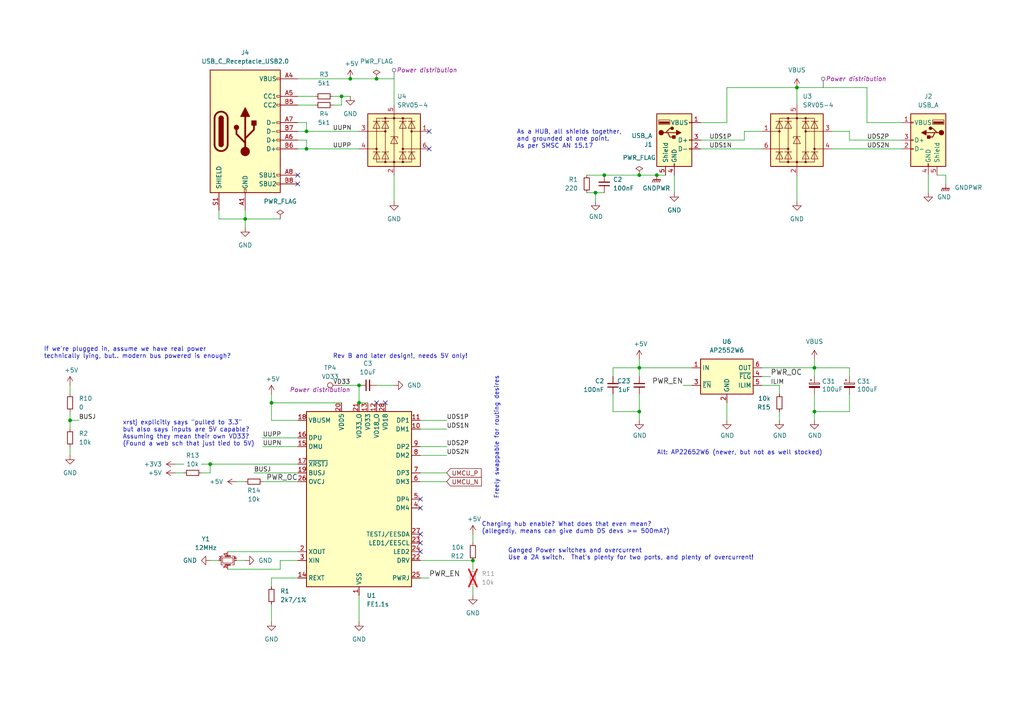
<source format=kicad_sch>
(kicad_sch (version 20230121) (generator eeschema)
  (paper "A4")
  (title_block (title "Das KB4-Bara2") (rev "r2023-12") (company "Ekta Labs") (comment 1 "http://github.com/karlp/das-kb4-bara2"))
  (lib_symbols
    (symbol "Connector:TestPoint" (pin_numbers hide) (pin_names (offset 0.762) hide)
      (property "Reference" "TP" (at 0 6.858 0))
      (property "Value" "TestPoint" (at 0 5.08 0))
      (symbol "TestPoint_0_1"
        (circle (center 0 3.302) (radius 0.762))
      )
      (symbol "TestPoint_1_1"
        (pin passive line (at 0 0 90) (length 2.54) (name "1") (number "1"))
      )
    )
    (symbol "Connector:USB_A" (pin_names (offset 1.016))
      (property "Reference" "J" (at -5.08 11.43 0))
      (property "Value" "USB_A" (at -5.08 8.89 0))
      (symbol "USB_A_0_1"
        (rectangle (start -5.08 -7.62) (end 5.08 7.62) (stroke (width 0.254)) (fill (type background)))
        (circle (center -3.81 2.159) (radius 0.635) (stroke (width 0.254)) (fill (type outline)))
        (rectangle (start -1.524 4.826) (end -4.318 5.334) (fill (type outline)))
        (rectangle (start -1.27 4.572) (end -4.572 5.842))
        (circle (center -0.635 3.429) (radius 0.381) (stroke (width 0.254)) (fill (type outline)))
        (rectangle (start -0.127 -7.62) (end 0.127 -6.858))
        (polyline (pts (xy -3.175 2.159) (xy -2.54 2.159) (xy -1.27 3.429) (xy -0.635 3.429)) (stroke (width 0.254)))
        (polyline (pts (xy -2.54 2.159) (xy -1.905 2.159) (xy -1.27 0.889) (xy 0 0.889)) (stroke (width 0.254)))
        (polyline (pts (xy 0.635 2.794) (xy 0.635 1.524) (xy 1.905 2.159) (xy 0.635 2.794)) (stroke (width 0.254)) (fill (type outline)))
        (rectangle (start 0.254 1.27) (end -0.508 0.508) (stroke (width 0.254)) (fill (type outline)))
        (rectangle (start 5.08 -2.667) (end 4.318 -2.413))
        (rectangle (start 5.08 -0.127) (end 4.318 0.127))
        (rectangle (start 5.08 4.953) (end 4.318 5.207))
      )
      (symbol "USB_A_1_1"
        (polyline (pts (xy -1.905 2.159) (xy 0.635 2.159)) (stroke (width 0.254)))
        (pin power_in line (at 7.62 5.08 180) (length 2.54) (name "VBUS") (number "1"))
        (pin bidirectional line (at 7.62 -2.54 180) (length 2.54) (name "D-") (number "2"))
        (pin bidirectional line (at 7.62 0 180) (length 2.54) (name "D+") (number "3"))
        (pin power_in line (at 0 -10.16 90) (length 2.54) (name "GND") (number "4"))
        (pin passive line (at -2.54 -10.16 90) (length 2.54) (name "Shield") (number "5"))
      )
    )
    (symbol "Connector:USB_C_Receptacle_USB2.0" (pin_names (offset 1.016))
      (property "Reference" "J" (at -10.16 19.05 0))
      (property "Value" "USB_C_Receptacle_USB2.0" (at 19.05 19.05 0))
      (symbol "USB_C_Receptacle_USB2.0_0_0"
        (rectangle (start -0.254 -17.78) (end 0.254 -16.764))
        (rectangle (start 10.16 -14.986) (end 9.144 -15.494))
        (rectangle (start 10.16 -12.446) (end 9.144 -12.954))
        (rectangle (start 10.16 -4.826) (end 9.144 -5.334))
        (rectangle (start 10.16 -2.286) (end 9.144 -2.794))
        (rectangle (start 10.16 0.254) (end 9.144 -0.254))
        (rectangle (start 10.16 2.794) (end 9.144 2.286))
        (rectangle (start 10.16 7.874) (end 9.144 7.366))
        (rectangle (start 10.16 10.414) (end 9.144 9.906))
        (rectangle (start 10.16 15.494) (end 9.144 14.986))
      )
      (symbol "USB_C_Receptacle_USB2.0_0_1"
        (rectangle (start -10.16 17.78) (end 10.16 -17.78) (stroke (width 0.254)) (fill (type background)))
        (arc (start -8.89 -3.81) (mid -6.985 -5.7067) (end -5.08 -3.81) (stroke (width 0.508)))
        (arc (start -7.62 -3.81) (mid -6.985 -4.4423) (end -6.35 -3.81) (stroke (width 0.254)))
        (arc (start -7.62 -3.81) (mid -6.985 -4.4423) (end -6.35 -3.81) (stroke (width 0.254)) (fill (type outline)))
        (rectangle (start -7.62 -3.81) (end -6.35 3.81) (stroke (width 0.254)) (fill (type outline)))
        (arc (start -6.35 3.81) (mid -6.985 4.4423) (end -7.62 3.81) (stroke (width 0.254)))
        (arc (start -6.35 3.81) (mid -6.985 4.4423) (end -7.62 3.81) (stroke (width 0.254)) (fill (type outline)))
        (arc (start -5.08 3.81) (mid -6.985 5.7067) (end -8.89 3.81) (stroke (width 0.508)))
        (circle (center -2.54 1.143) (radius 0.635) (stroke (width 0.254)) (fill (type outline)))
        (circle (center 0 -5.842) (radius 1.27) (fill (type outline)))
        (polyline (pts (xy -8.89 -3.81) (xy -8.89 3.81)) (stroke (width 0.508)))
        (polyline (pts (xy -5.08 3.81) (xy -5.08 -3.81)) (stroke (width 0.508)))
        (polyline (pts (xy 0 -5.842) (xy 0 4.318)) (stroke (width 0.508)))
        (polyline (pts (xy 0 -3.302) (xy -2.54 -0.762) (xy -2.54 0.508)) (stroke (width 0.508)))
        (polyline (pts (xy 0 -2.032) (xy 2.54 0.508) (xy 2.54 1.778)) (stroke (width 0.508)))
        (polyline (pts (xy -1.27 4.318) (xy 0 6.858) (xy 1.27 4.318) (xy -1.27 4.318)) (stroke (width 0.254)) (fill (type outline)))
        (rectangle (start 1.905 1.778) (end 3.175 3.048) (stroke (width 0.254)) (fill (type outline)))
      )
      (symbol "USB_C_Receptacle_USB2.0_1_1"
        (pin passive line (at 0 -22.86 90) (length 5.08) (name "GND") (number "A1"))
        (pin passive line (at 0 -22.86 90) (length 5.08) hide (name "GND") (number "A12"))
        (pin passive line (at 15.24 15.24 180) (length 5.08) (name "VBUS") (number "A4"))
        (pin bidirectional line (at 15.24 10.16 180) (length 5.08) (name "CC1") (number "A5"))
        (pin bidirectional line (at 15.24 -2.54 180) (length 5.08) (name "D+") (number "A6"))
        (pin bidirectional line (at 15.24 2.54 180) (length 5.08) (name "D-") (number "A7"))
        (pin bidirectional line (at 15.24 -12.7 180) (length 5.08) (name "SBU1") (number "A8"))
        (pin passive line (at 15.24 15.24 180) (length 5.08) hide (name "VBUS") (number "A9"))
        (pin passive line (at 0 -22.86 90) (length 5.08) hide (name "GND") (number "B1"))
        (pin passive line (at 0 -22.86 90) (length 5.08) hide (name "GND") (number "B12"))
        (pin passive line (at 15.24 15.24 180) (length 5.08) hide (name "VBUS") (number "B4"))
        (pin bidirectional line (at 15.24 7.62 180) (length 5.08) (name "CC2") (number "B5"))
        (pin bidirectional line (at 15.24 -5.08 180) (length 5.08) (name "D+") (number "B6"))
        (pin bidirectional line (at 15.24 0 180) (length 5.08) (name "D-") (number "B7"))
        (pin bidirectional line (at 15.24 -15.24 180) (length 5.08) (name "SBU2") (number "B8"))
        (pin passive line (at 15.24 15.24 180) (length 5.08) hide (name "VBUS") (number "B9"))
        (pin passive line (at -7.62 -22.86 90) (length 5.08) (name "SHIELD") (number "S1"))
      )
    )
    (symbol "Device:C_Polarized_Small" (pin_numbers hide) (pin_names (offset 0.254) hide)
      (property "Reference" "C" (at 0.254 1.778 0))
      (property "Value" "C_Polarized_Small" (at 0.254 -2.032 0))
      (symbol "C_Polarized_Small_0_1"
        (rectangle (start -1.524 -0.3048) (end 1.524 -0.6858) (fill (type outline)))
        (rectangle (start -1.524 0.6858) (end 1.524 0.3048))
        (polyline (pts (xy -1.27 1.524) (xy -0.762 1.524)))
        (polyline (pts (xy -1.016 1.27) (xy -1.016 1.778)))
      )
      (symbol "C_Polarized_Small_1_1"
        (pin passive line (at 0 2.54 270) (length 1.8542) (name "~") (number "1"))
        (pin passive line (at 0 -2.54 90) (length 1.8542) (name "~") (number "2"))
      )
    )
    (symbol "Device:C_Small" (pin_numbers hide) (pin_names (offset 0.254) hide)
      (property "Reference" "C" (at 0.254 1.778 0))
      (property "Value" "C_Small" (at 0.254 -2.032 0))
      (symbol "C_Small_0_1"
        (polyline (pts (xy -1.524 -0.508) (xy 1.524 -0.508)) (stroke (width 0.3302)))
        (polyline (pts (xy -1.524 0.508) (xy 1.524 0.508)) (stroke (width 0.3048)))
      )
      (symbol "C_Small_1_1"
        (pin passive line (at 0 2.54 270) (length 2.032) (name "~") (number "1"))
        (pin passive line (at 0 -2.54 90) (length 2.032) (name "~") (number "2"))
      )
    )
    (symbol "Device:Crystal_GND24_Small" (pin_names (offset 1.016) hide)
      (property "Reference" "Y" (at 1.27 4.445 0))
      (property "Value" "Crystal_GND24_Small" (at 1.27 2.54 0))
      (symbol "Crystal_GND24_Small_0_1"
        (rectangle (start -0.762 -1.524) (end 0.762 1.524))
        (polyline (pts (xy -1.27 -0.762) (xy -1.27 0.762)) (stroke (width 0.381)))
        (polyline (pts (xy 1.27 -0.762) (xy 1.27 0.762)) (stroke (width 0.381)))
        (polyline (pts (xy -1.27 -1.27) (xy -1.27 -1.905) (xy 1.27 -1.905) (xy 1.27 -1.27)))
        (polyline (pts (xy -1.27 1.27) (xy -1.27 1.905) (xy 1.27 1.905) (xy 1.27 1.27)))
      )
      (symbol "Crystal_GND24_Small_1_1"
        (pin passive line (at -2.54 0 0) (length 1.27) (name "1") (number "1"))
        (pin passive line (at 0 -2.54 90) (length 0.635) (name "2") (number "2"))
        (pin passive line (at 2.54 0 180) (length 1.27) (name "3") (number "3"))
        (pin passive line (at 0 2.54 270) (length 0.635) (name "4") (number "4"))
      )
    )
    (symbol "Device:R_Small" (pin_numbers hide) (pin_names (offset 0.254) hide)
      (property "Reference" "R" (at 0.762 0.508 0))
      (property "Value" "R_Small" (at 0.762 -1.016 0))
      (symbol "R_Small_0_1"
        (rectangle (start -0.762 1.778) (end 0.762 -1.778) (stroke (width 0.2032)))
      )
      (symbol "R_Small_1_1"
        (pin passive line (at 0 2.54 270) (length 0.762) (name "~") (number "1"))
        (pin passive line (at 0 -2.54 90) (length 0.762) (name "~") (number "2"))
      )
    )
    (symbol "Interface_USB:FE1.1s"
      (property "Reference" "U" (at -11.43 26.67 0))
      (property "Value" "FE1.1s" (at 12.7 27.94 0))
      (symbol "FE1.1s_0_1"
        (rectangle (start -15.24 25.4) (end 15.24 -25.4) (stroke (width 0.254)) (fill (type background)))
      )
      (symbol "FE1.1s_1_1"
        (pin power_in line (at 0 -27.94 90) (length 2.54) (name "VSS") (number "1"))
        (pin bidirectional line (at 17.78 20.32 180) (length 2.54) (name "DM1") (number "10"))
        (pin bidirectional line (at 17.78 22.86 180) (length 2.54) (name "DP1") (number "11"))
        (pin power_out line (at 5.08 27.94 270) (length 2.54) (name "VD18_O") (number "12"))
        (pin power_in line (at 2.54 27.94 270) (length 2.54) (name "VD33") (number "13"))
        (pin passive line (at -17.78 -22.86 0) (length 2.54) (name "REXT") (number "14"))
        (pin bidirectional line (at -17.78 15.24 0) (length 2.54) (name "DMU") (number "15"))
        (pin bidirectional line (at -17.78 17.78 0) (length 2.54) (name "DPU") (number "16"))
        (pin input line (at -17.78 10.16 0) (length 2.54) (name "~{XRSTJ}") (number "17"))
        (pin input line (at -17.78 22.86 0) (length 2.54) (name "VBUSM") (number "18"))
        (pin input line (at -17.78 7.62 0) (length 2.54) (name "BUSJ") (number "19"))
        (pin output line (at -17.78 -15.24 0) (length 2.54) (name "XOUT") (number "2"))
        (pin power_in line (at -5.08 27.94 270) (length 2.54) (name "VDD5") (number "20"))
        (pin power_out line (at 0 27.94 270) (length 2.54) (name "VD33_O") (number "21"))
        (pin bidirectional line (at 17.78 -17.78 180) (length 2.54) (name "DRV") (number "22"))
        (pin bidirectional line (at 17.78 -12.7 180) (length 2.54) (name "LED1/EESCL") (number "23"))
        (pin bidirectional line (at 17.78 -15.24 180) (length 2.54) (name "LED2") (number "24"))
        (pin output line (at 17.78 -22.86 180) (length 2.54) (name "PWRJ") (number "25"))
        (pin input line (at -17.78 5.08 0) (length 2.54) (name "OVCJ") (number "26"))
        (pin bidirectional line (at 17.78 -10.16 180) (length 2.54) (name "TESTJ/EESDA") (number "27"))
        (pin power_in line (at 7.62 27.94 270) (length 2.54) (name "VD18") (number "28"))
        (pin input line (at -17.78 -17.78 0) (length 2.54) (name "XIN") (number "3"))
        (pin bidirectional line (at 17.78 -2.54 180) (length 2.54) (name "DM4") (number "4"))
        (pin bidirectional line (at 17.78 0 180) (length 2.54) (name "DP4") (number "5"))
        (pin bidirectional line (at 17.78 5.08 180) (length 2.54) (name "DM3") (number "6"))
        (pin bidirectional line (at 17.78 7.62 180) (length 2.54) (name "DP3") (number "7"))
        (pin bidirectional line (at 17.78 12.7 180) (length 2.54) (name "DM2") (number "8"))
        (pin bidirectional line (at 17.78 15.24 180) (length 2.54) (name "DP2") (number "9"))
      )
    )
    (symbol "karl-parts:AP2552W6"
      (property "Reference" "U" (at -7.62 -6.35 0))
      (property "Value" "AP2552W6" (at -7.62 6.35 0))
      (property "MPN" "AP2552W6-7" (at 0 0 0))
      (property "lcsc#" "C441824" (at 0 0 0))
      (symbol "AP2552W6_0_1"
        (rectangle (start -7.62 5.08) (end 7.62 -5.08) (stroke (width 0.254)) (fill (type background)))
      )
      (symbol "AP2552W6_1_0"
        (pin input line (at 10.16 -2.54 180) (length 2.54) (name "ILIM") (number "5"))
      )
      (symbol "AP2552W6_1_1"
        (pin power_in line (at -10.16 2.54 0) (length 2.54) (name "IN") (number "1"))
        (pin power_in line (at 0 -7.62 90) (length 2.54) (name "GND") (number "2"))
        (pin input line (at -10.16 -2.54 0) (length 2.54) (name "~{EN}") (number "3"))
        (pin open_collector line (at 10.16 0 180) (length 2.54) (name "~{FLG}") (number "4"))
        (pin power_out line (at 10.16 2.54 180) (length 2.54) (name "OUT") (number "6"))
      )
    )
    (symbol "karl-parts:SRV05-4" (pin_names hide)
      (property "Reference" "U" (at 2.54 8.89 0))
      (property "Value" "SRV05-4" (at 2.54 -8.89 0))
      (symbol "SRV05-4_0_1"
        (rectangle (start -7.62 7.62) (end 7.62 -7.62) (stroke (width 0.254)) (fill (type background)))
        (circle (center -5.08 2.54) (radius 0.254) (fill (type outline)))
        (circle (center -2.54 -6.35) (radius 0.254) (fill (type outline)))
        (circle (center -2.54 -2.54) (radius 0.254) (fill (type outline)))
        (circle (center -2.54 6.35) (radius 0.254) (fill (type outline)))
        (rectangle (start -2.54 6.35) (end 2.54 -6.35))
        (circle (center 0 -6.35) (radius 0.254) (fill (type outline)))
        (polyline (pts (xy -5.08 2.54) (xy -7.62 2.54)))
        (polyline (pts (xy -4.064 -3.429) (xy -6.096 -3.429)))
        (polyline (pts (xy -4.064 5.461) (xy -6.096 5.461)))
        (polyline (pts (xy -2.54 -2.54) (xy -7.62 -2.54)))
        (polyline (pts (xy -1.524 -3.429) (xy -3.556 -3.429)))
        (polyline (pts (xy -1.524 5.461) (xy -3.556 5.461)))
        (polyline (pts (xy 0 -7.62) (xy 0 -6.35)))
        (polyline (pts (xy 0 -6.35) (xy 0 1.27)))
        (polyline (pts (xy 0 1.27) (xy 0 6.35)))
        (polyline (pts (xy 0 6.35) (xy 0 7.62)))
        (polyline (pts (xy 1.524 -3.429) (xy 3.556 -3.429)))
        (polyline (pts (xy 1.524 5.461) (xy 3.556 5.461)))
        (polyline (pts (xy 2.54 2.54) (xy 7.62 2.54)))
        (polyline (pts (xy 4.064 -3.429) (xy 6.096 -3.429)))
        (polyline (pts (xy 4.064 5.461) (xy 6.096 5.461)))
        (polyline (pts (xy 5.08 -2.54) (xy 7.62 -2.54)))
        (polyline (pts (xy -6.096 -5.461) (xy -4.064 -5.461) (xy -5.08 -3.429) (xy -6.096 -5.461)))
        (polyline (pts (xy -6.096 3.429) (xy -4.064 3.429) (xy -5.08 5.461) (xy -6.096 3.429)))
        (polyline (pts (xy -3.556 -5.461) (xy -1.524 -5.461) (xy -2.54 -3.429) (xy -3.556 -5.461)))
        (polyline (pts (xy -3.556 3.429) (xy -1.524 3.429) (xy -2.54 5.461) (xy -3.556 3.429)))
        (polyline (pts (xy -2.54 6.35) (xy -5.08 6.35) (xy -5.08 -6.35) (xy -2.54 -6.35)))
        (polyline (pts (xy -1.016 -1.016) (xy 1.016 -1.016) (xy 0 1.016) (xy -1.016 -1.016)))
        (polyline (pts (xy 1.016 1.016) (xy 0.762 1.016) (xy -1.016 1.016) (xy -1.016 0.508)))
        (polyline (pts (xy 2.54 6.35) (xy 5.08 6.35) (xy 5.08 -6.35) (xy 2.54 -6.35)))
        (polyline (pts (xy 3.556 -5.461) (xy 1.524 -5.461) (xy 2.54 -3.429) (xy 3.556 -5.461)))
        (polyline (pts (xy 3.556 3.429) (xy 1.524 3.429) (xy 2.54 5.461) (xy 3.556 3.429)))
        (polyline (pts (xy 6.096 -5.461) (xy 4.064 -5.461) (xy 5.08 -3.429) (xy 6.096 -5.461)))
        (polyline (pts (xy 6.096 3.429) (xy 4.064 3.429) (xy 5.08 5.461) (xy 6.096 3.429)))
        (circle (center 0 6.35) (radius 0.254) (fill (type outline)))
        (circle (center 2.54 -6.35) (radius 0.254) (fill (type outline)))
        (circle (center 2.54 2.54) (radius 0.254) (fill (type outline)))
        (circle (center 2.54 6.35) (radius 0.254) (fill (type outline)))
        (circle (center 5.08 -2.54) (radius 0.254) (fill (type outline)))
      )
      (symbol "SRV05-4_1_1"
        (pin passive line (at -10.16 2.54 0) (length 2.54) (name "I/O1") (number "1"))
        (pin passive line (at 0 -10.16 90) (length 2.54) (name "GND") (number "2"))
        (pin passive line (at 10.16 2.54 180) (length 2.54) (name "I/O2") (number "3"))
        (pin passive line (at 10.16 -2.54 180) (length 2.54) (name "I/O3") (number "4"))
        (pin passive line (at 0 10.16 270) (length 2.54) (name "VBUS") (number "5"))
        (pin passive line (at -10.16 -2.54 0) (length 2.54) (name "I/O4") (number "6"))
      )
    )
    (symbol "power:+3V3" (power) (pin_names (offset 0))
      (property "Value" "+3V3" (at 0 3.556 0))
      (symbol "+3V3_0_1"
        (polyline (pts (xy -0.762 1.27) (xy 0 2.54)))
        (polyline (pts (xy 0 0) (xy 0 2.54)))
        (polyline (pts (xy 0 2.54) (xy 0.762 1.27)))
      )
      (symbol "+3V3_1_1"
        (pin power_in line (at 0 0 90) (length 0) hide (name "+3V3") (number "1"))
      )
    )
    (symbol "power:+5V" (power) (pin_names (offset 0))
      (property "Value" "+5V" (at 0 3.556 0))
      (symbol "+5V_0_1"
        (polyline (pts (xy -0.762 1.27) (xy 0 2.54)))
        (polyline (pts (xy 0 0) (xy 0 2.54)))
        (polyline (pts (xy 0 2.54) (xy 0.762 1.27)))
      )
      (symbol "+5V_1_1"
        (pin power_in line (at 0 0 90) (length 0) hide (name "+5V") (number "1"))
      )
    )
    (symbol "power:GND" (power) (pin_names (offset 0))
      (property "Value" "GND" (at 0 -3.81 0))
      (symbol "GND_0_1"
        (polyline (pts (xy 0 0) (xy 0 -1.27) (xy 1.27 -1.27) (xy 0 -2.54) (xy -1.27 -1.27) (xy 0 -1.27)))
      )
      (symbol "GND_1_1"
        (pin power_in line (at 0 0 270) (length 0) hide (name "GND") (number "1"))
      )
    )
    (symbol "power:GNDPWR" (power) (pin_names (offset 0))
      (property "Value" "GNDPWR" (at 0 -3.302 0))
      (symbol "GNDPWR_0_1"
        (polyline (pts (xy 0 -1.27) (xy 0 0)))
        (polyline (pts (xy -1.016 -1.27) (xy -1.27 -2.032) (xy -1.27 -2.032)) (stroke (width 0.2032)))
        (polyline (pts (xy -0.508 -1.27) (xy -0.762 -2.032) (xy -0.762 -2.032)) (stroke (width 0.2032)))
        (polyline (pts (xy 0 -1.27) (xy -0.254 -2.032) (xy -0.254 -2.032)) (stroke (width 0.2032)))
        (polyline (pts (xy 0.508 -1.27) (xy 0.254 -2.032) (xy 0.254 -2.032)) (stroke (width 0.2032)))
        (polyline (pts (xy 1.016 -1.27) (xy -1.016 -1.27) (xy -1.016 -1.27)) (stroke (width 0.2032)))
        (polyline (pts (xy 1.016 -1.27) (xy 0.762 -2.032) (xy 0.762 -2.032) (xy 0.762 -2.032)) (stroke (width 0.2032)))
      )
      (symbol "GNDPWR_1_1"
        (pin power_in line (at 0 0 270) (length 0) hide (name "GNDPWR") (number "1"))
      )
    )
    (symbol "power:PWR_FLAG" (power) (pin_numbers hide) (pin_names (offset 0) hide)
      (property "Value" "PWR_FLAG" (at 0 3.81 0))
      (symbol "PWR_FLAG_0_0"
        (pin power_out line (at 0 0 90) (length 0) (name "pwr") (number "1"))
      )
      (symbol "PWR_FLAG_0_1"
        (polyline (pts (xy 0 0) (xy 0 1.27) (xy -1.016 1.905) (xy 0 2.54) (xy 1.016 1.905) (xy 0 1.27)))
      )
    )
    (symbol "power:VBUS" (power) (pin_names (offset 0))
      (property "Value" "VBUS" (at 0 3.81 0))
      (symbol "VBUS_0_1"
        (polyline (pts (xy -0.762 1.27) (xy 0 2.54)))
        (polyline (pts (xy 0 0) (xy 0 2.54)))
        (polyline (pts (xy 0 2.54) (xy 0.762 1.27)))
      )
      (symbol "VBUS_1_1"
        (pin power_in line (at 0 0 90) (length 0) hide (name "VBUS") (number "1"))
      )
    )
  )
  (junction (at 99.06 27.94))
  (junction (at 175.26 50.8))
  (junction (at 104.14 116.84))
  (junction (at 231.14 25.4))
  (junction (at 88.9 38.1))
  (junction (at 60.96 134.62))
  (junction (at 236.22 106.68))
  (junction (at 137.16 162.56))
  (junction (at 88.9 43.18))
  (junction (at 185.42 119.38))
  (junction (at 190.5 50.8))
  (junction (at 185.42 106.68))
  (junction (at 109.22 22.86))
  (junction (at 101.6 22.86))
  (junction (at 172.72 55.88))
  (junction (at 236.22 119.38))
  (junction (at 104.14 111.76))
  (junction (at 71.12 63.5))
  (junction (at 20.32 121.92))
  (junction (at 78.74 116.84))
  (junction (at 185.42 50.8))
  (no_connect (at 121.92 144.78))
  (no_connect (at 109.22 116.84))
  (no_connect (at 121.92 147.32))
  (no_connect (at 121.92 160.02))
  (no_connect (at 124.46 43.18))
  (no_connect (at 86.36 53.34))
  (no_connect (at 124.46 38.1))
  (no_connect (at 121.92 154.94))
  (no_connect (at 111.76 116.84))
  (no_connect (at 121.92 157.48))
  (no_connect (at 86.36 50.8))
  (wire (pts (xy 76.2 127) (xy 86.36 127)))
  (wire (pts (xy 177.8 114.3) (xy 177.8 119.38)))
  (wire (pts (xy 231.14 50.8) (xy 231.14 58.42)))
  (wire (pts (xy 241.3 43.18) (xy 261.62 43.18)))
  (wire (pts (xy 86.36 30.48) (xy 91.44 30.48)))
  (wire (pts (xy 60.96 137.16) (xy 60.96 134.62)))
  (wire (pts (xy 246.38 106.68) (xy 236.22 106.68)))
  (wire (pts (xy 121.92 139.7) (xy 129.54 139.7)))
  (wire (pts (xy 121.92 124.46) (xy 129.54 124.46)))
  (wire (pts (xy 220.98 106.68) (xy 236.22 106.68)))
  (wire (pts (xy 246.38 40.64) (xy 246.38 38.1)))
  (wire (pts (xy 86.36 43.18) (xy 88.9 43.18)))
  (wire (pts (xy 86.36 22.86) (xy 101.6 22.86)))
  (wire (pts (xy 81.28 162.56) (xy 81.28 165.1)))
  (wire (pts (xy 96.52 30.48) (xy 99.06 30.48)))
  (wire (pts (xy 261.62 35.56) (xy 251.46 35.56)))
  (wire (pts (xy 274.32 53.34) (xy 274.32 50.8)))
  (wire (pts (xy 251.46 35.56) (xy 251.46 25.4)))
  (wire (pts (xy 220.98 111.76) (xy 226.06 111.76)))
  (wire (pts (xy 50.8 137.16) (xy 53.34 137.16)))
  (wire (pts (xy 20.32 121.92) (xy 20.32 124.46)))
  (wire (pts (xy 170.18 55.88) (xy 172.72 55.88)))
  (wire (pts (xy 86.36 27.94) (xy 91.44 27.94)))
  (wire (pts (xy 137.16 162.56) (xy 137.16 165.1)))
  (wire (pts (xy 203.2 43.18) (xy 220.98 43.18)))
  (wire (pts (xy 236.22 104.14) (xy 236.22 106.68)))
  (wire (pts (xy 175.26 50.8) (xy 185.42 50.8)))
  (wire (pts (xy 78.74 175.26) (xy 78.74 180.34)))
  (wire (pts (xy 86.36 162.56) (xy 81.28 162.56)))
  (wire (pts (xy 66.04 160.02) (xy 86.36 160.02)))
  (wire (pts (xy 101.6 22.86) (xy 109.22 22.86)))
  (wire (pts (xy 20.32 129.54) (xy 20.32 132.08)))
  (wire (pts (xy 203.2 40.64) (xy 215.9 40.64)))
  (wire (pts (xy 177.8 106.68) (xy 185.42 106.68)))
  (wire (pts (xy 114.3 50.8) (xy 114.3 58.42)))
  (wire (pts (xy 185.42 106.68) (xy 185.42 109.22)))
  (wire (pts (xy 121.92 137.16) (xy 129.54 137.16)))
  (wire (pts (xy 261.62 40.64) (xy 246.38 40.64)))
  (wire (pts (xy 170.18 50.8) (xy 175.26 50.8)))
  (wire (pts (xy 88.9 35.56) (xy 88.9 38.1)))
  (wire (pts (xy 88.9 38.1) (xy 104.14 38.1)))
  (wire (pts (xy 60.96 134.62) (xy 86.36 134.62)))
  (wire (pts (xy 121.92 129.54) (xy 129.54 129.54)))
  (wire (pts (xy 226.06 119.38) (xy 226.06 121.92)))
  (wire (pts (xy 246.38 109.22) (xy 246.38 106.68)))
  (wire (pts (xy 78.74 114.3) (xy 78.74 116.84)))
  (wire (pts (xy 99.06 111.76) (xy 104.14 111.76)))
  (wire (pts (xy 185.42 114.3) (xy 185.42 119.38)))
  (wire (pts (xy 121.92 167.64) (xy 124.46 167.64)))
  (wire (pts (xy 63.5 60.96) (xy 63.5 63.5)))
  (wire (pts (xy 121.92 162.56) (xy 137.16 162.56)))
  (wire (pts (xy 86.36 38.1) (xy 88.9 38.1)))
  (wire (pts (xy 185.42 50.8) (xy 190.5 50.8)))
  (wire (pts (xy 246.38 119.38) (xy 236.22 119.38)))
  (wire (pts (xy 190.5 50.8) (xy 193.04 50.8)))
  (wire (pts (xy 86.36 40.64) (xy 88.9 40.64)))
  (wire (pts (xy 66.04 165.1) (xy 81.28 165.1)))
  (wire (pts (xy 137.16 157.48) (xy 137.16 154.94)))
  (wire (pts (xy 78.74 121.92) (xy 78.74 116.84)))
  (wire (pts (xy 210.82 35.56) (xy 210.82 25.4)))
  (wire (pts (xy 58.42 137.16) (xy 60.96 137.16)))
  (wire (pts (xy 177.8 119.38) (xy 185.42 119.38)))
  (wire (pts (xy 215.9 40.64) (xy 215.9 38.1)))
  (wire (pts (xy 177.8 109.22) (xy 177.8 106.68)))
  (wire (pts (xy 269.24 50.8) (xy 269.24 55.88)))
  (wire (pts (xy 109.22 22.86) (xy 114.3 22.86)))
  (wire (pts (xy 53.34 134.62) (xy 50.8 134.62)))
  (wire (pts (xy 236.22 109.22) (xy 236.22 106.68)))
  (wire (pts (xy 68.58 162.56) (xy 71.12 162.56)))
  (wire (pts (xy 109.22 111.76) (xy 114.3 111.76)))
  (wire (pts (xy 236.22 114.3) (xy 236.22 119.38)))
  (wire (pts (xy 20.32 119.38) (xy 20.32 121.92)))
  (wire (pts (xy 121.92 132.08) (xy 129.54 132.08)))
  (wire (pts (xy 71.12 63.5) (xy 81.28 63.5)))
  (wire (pts (xy 99.06 30.48) (xy 99.06 27.94)))
  (wire (pts (xy 210.82 121.92) (xy 210.82 116.84)))
  (wire (pts (xy 195.58 50.8) (xy 195.58 55.88)))
  (wire (pts (xy 185.42 104.14) (xy 185.42 106.68)))
  (wire (pts (xy 78.74 167.64) (xy 78.74 170.18)))
  (wire (pts (xy 137.16 170.18) (xy 137.16 172.72)))
  (wire (pts (xy 86.36 167.64) (xy 78.74 167.64)))
  (wire (pts (xy 86.36 35.56) (xy 88.9 35.56)))
  (wire (pts (xy 20.32 111.76) (xy 20.32 114.3)))
  (wire (pts (xy 203.2 35.56) (xy 210.82 35.56)))
  (wire (pts (xy 104.14 116.84) (xy 106.68 116.84)))
  (wire (pts (xy 200.66 111.76) (xy 198.12 111.76)))
  (wire (pts (xy 88.9 43.18) (xy 104.14 43.18)))
  (wire (pts (xy 78.74 116.84) (xy 99.06 116.84)))
  (wire (pts (xy 223.52 109.22) (xy 220.98 109.22)))
  (wire (pts (xy 114.3 22.86) (xy 114.3 30.48)))
  (wire (pts (xy 76.2 129.54) (xy 86.36 129.54)))
  (wire (pts (xy 246.38 114.3) (xy 246.38 119.38)))
  (wire (pts (xy 63.5 63.5) (xy 71.12 63.5)))
  (wire (pts (xy 185.42 106.68) (xy 200.66 106.68)))
  (wire (pts (xy 58.42 134.62) (xy 60.96 134.62)))
  (wire (pts (xy 60.96 162.56) (xy 63.5 162.56)))
  (wire (pts (xy 215.9 38.1) (xy 220.98 38.1)))
  (wire (pts (xy 226.06 111.76) (xy 226.06 114.3)))
  (wire (pts (xy 104.14 172.72) (xy 104.14 180.34)))
  (wire (pts (xy 274.32 50.8) (xy 271.78 50.8)))
  (wire (pts (xy 73.66 137.16) (xy 86.36 137.16)))
  (wire (pts (xy 101.6 27.94) (xy 99.06 27.94)))
  (wire (pts (xy 172.72 55.88) (xy 175.26 55.88)))
  (wire (pts (xy 68.58 139.7) (xy 71.12 139.7)))
  (wire (pts (xy 71.12 63.5) (xy 71.12 66.04)))
  (wire (pts (xy 172.72 55.88) (xy 172.72 58.42)))
  (wire (pts (xy 104.14 111.76) (xy 104.14 116.84)))
  (wire (pts (xy 236.22 119.38) (xy 236.22 121.92)))
  (wire (pts (xy 99.06 27.94) (xy 96.52 27.94)))
  (wire (pts (xy 231.14 25.4) (xy 231.14 30.48)))
  (wire (pts (xy 121.92 121.92) (xy 129.54 121.92)))
  (wire (pts (xy 88.9 43.18) (xy 88.9 40.64)))
  (wire (pts (xy 86.36 121.92) (xy 78.74 121.92)))
  (wire (pts (xy 71.12 60.96) (xy 71.12 63.5)))
  (wire (pts (xy 251.46 25.4) (xy 231.14 25.4)))
  (wire (pts (xy 22.86 121.92) (xy 20.32 121.92)))
  (wire (pts (xy 241.3 38.1) (xy 246.38 38.1)))
  (wire (pts (xy 185.42 119.38) (xy 185.42 121.92)))
  (wire (pts (xy 76.2 139.7) (xy 86.36 139.7)))
  (wire (pts (xy 210.82 25.4) (xy 231.14 25.4)))
  (text "Ganged Power switches and overcurrent\nUse a 2A switch.  That's plenty for two ports, and plenty of overcurrent!" (at 147.32 162.56 0) (effects (font (size 1.27 1.27)) (justify left bottom)))
  (text "Alt: AP22652W6 (newer, but not as well stocked)" (at 190.5 132.08 0) (effects (font (size 1.27 1.27)) (justify left bottom)))
  (text "xrstj explicitly says \"pulled to 3.3\"\nbut also says inputs are 5V capable?\nAssuming they mean their own VD33?\n(Found a web sch that just tied to 5V)" (at 35.56 129.54 0) (effects (font (size 1.27 1.27)) (justify left bottom)))
  (text "Freely swappable for routing desires" (at 144.78 144.78 90) (effects (font (size 1.27 1.27)) (justify left bottom)))
  (text "As a HUB, all shields together,\nand grounded at one point.\nAs per SMSC AN 15.17 " (at 149.86 43.18 0) (effects (font (size 1.27 1.27)) (justify left bottom)))
  (text "If we're plugged in, assume we have real power\ntechnically lying, but.. modern bus powered is enough?" (at 12.7 104.14 0) (effects (font (size 1.27 1.27)) (justify left bottom)))
  (text "Rev B and later design!, needs 5V only!" (at 96.52 104.14 0) (effects (font (size 1.27 1.27)) (justify left bottom)))
  (text "Charging hub enable? What does that even mean?\n(allegedly, means can give dumb DS devs >= 500mA?)" (at 139.7 154.94 0) (effects (font (size 1.27 1.27)) (justify left bottom)))
  (label "PWR_OC" (at 223.52 109.22 0) (effects (font (size 1.4986 1.4986))))
  (label "UDS2P" (at 251.46 40.64 0))
  (label "PWR_EN" (at 198.12 111.76 180) (effects (font (size 1.4986 1.4986))))
  (label "UDS1P" (at 205.74 40.64 0))
  (label "PWR_EN" (at 124.46 167.64 0) (effects (font (size 1.4986 1.4986))))
  (label "UDS2P" (at 129.54 129.54 0))
  (label "UDS2N" (at 129.54 132.08 0))
  (label "BUSJ" (at 73.66 137.16 0))
  (label "UUPN" (at 96.52 38.1 0))
  (label "UUPP" (at 76.2 127 0))
  (label "UUPN" (at 76.2 129.54 0))
  (label "BUSJ" (at 22.86 121.92 0))
  (label "UDS2N" (at 251.46 43.18 0))
  (label "UDS1N" (at 205.74 43.18 0))
  (label "PWR_OC" (at 86.36 139.7 180) (effects (font (size 1.4986 1.4986))))
  (label "UUPP" (at 96.52 43.18 0))
  (label "UDS1N" (at 129.54 124.46 0))
  (label "UDS1P" (at 129.54 121.92 0))
  (label "VD33" (at 101.6 111.76 180) (property "Netclass" "Power distribution" (at 101.6 113.03 0) (effects (font italic) (justify right))))
  (label "ILIM" (at 223.52 111.76 0))
  (global_label "UMCU_P" (shape input) (at 129.54 137.16 0) (property "Intersheetrefs" "${INTERSHEET_REFS}" (effects hide)))
  (global_label "UMCU_N" (shape input) (at 129.54 139.7 0) (property "Intersheetrefs" "${INTERSHEET_REFS}" (effects hide)))
  (netclass_flag "" (length 2.54) (shape round) (at 238.76 25.4 0) (property "Netclass" "Power distribution" (at 239.4585 22.86 0) (effects (font italic) (justify left))))
  (netclass_flag "" (length 2.54) (shape round) (at 114.3 22.86 0) (property "Netclass" "Power distribution" (at 114.9985 20.32 0) (effects (font italic) (justify left))))
  (symbol (lib_id "Device:R_Small") (at 170.18 53.34 180) (unit 1)
    (property "Reference" "R1" (at 167.64 52.07 0) (effects (justify left)))
    (property "Value" "220" (at 167.64 54.61 0) (effects (justify left)))
    (property "Footprint" "Resistor_SMD:R_0603_1608Metric" (effects hide))
    (property "MPN" "0603WAF2200T5E" (effects hide))
    (property "jlc-basic" "1" (effects hide))
    (property "lcsc#" "C22962" (effects hide))
    (instances (project "r2022-12" (path "" (reference "R1") (unit 1))) (project "das-kb4-bara2" (path "" (reference "R9") (unit 1))))
  )
  (symbol (lib_id "power:GND") (at 210.82 121.92 0) (unit 1)
    (property "Reference" "#PWR054" (effects hide))
    (property "Value" "GND" (at 210.947 126.3142 0))
    (instances (project "r2022-12" (path "" (reference "#PWR054") (unit 1))) (project "das-kb4-bara2" (path "" (reference "#PWR024") (unit 1))))
  )
  (symbol (lib_id "karl-parts:SRV05-4") (at 114.3 40.64 0) (mirror y) (unit 1)
    (property "Reference" "U4" (at 115.1889 27.94 0) (effects (justify right)))
    (property "Value" "SRV05-4" (at 115.1889 30.48 0) (effects (justify right)))
    (property "Footprint" "Package_TO_SOT_SMD:SOT-23-6" (effects hide))
    (property "Datasheet" "http://www.onsemi.com/pub/Collateral/SRV05-4-D.PDF" (effects hide))
    (property "lcsc#" "C7420376" (effects hide))
    (property "jlc-basic" "1" (effects hide))
    (property "lcsc2#" "C85364" (effects hide))
  )
  (symbol (lib_id "Connector:USB_C_Receptacle_USB2.0") (at 71.12 38.1 0) (unit 1)
    (property "Reference" "J4" (at 71.12 15.24 0))
    (property "Value" "USB_C_Receptacle_USB2.0" (at 71.12 17.78 0))
    (property "Footprint" "Connector_USB:USB_C_Receptacle_G-Switch_GT-USB-7010ASV" (effects hide))
    (property "Datasheet" "https://www.usb.org/sites/default/files/documents/usb_type-c.zip" (effects hide))
    (property "lcsc#" "C2927038" (effects hide))
    (property "MPN" "USB-TYPE-C-018" (effects hide))
    (property "jlc-basic" "0" (effects hide))
  )
  (symbol (lib_id "power:+5V") (at 101.6 22.86 0) (unit 1)
    (property "Reference" "#PWR043" (effects hide))
    (property "Value" "+5V" (at 101.981 18.4658 0))
    (instances (project "r2022-12" (path "" (reference "#PWR043") (unit 1))) (project "das-kb4-bara2" (path "" (reference "#PWR022") (unit 1))))
  )
  (symbol (lib_id "Connector:USB_A") (at 269.24 40.64 0) (mirror y) (unit 1)
    (property "Reference" "J2" (at 269.24 27.94 0))
    (property "Value" "USB_A" (at 269.24 30.48 0))
    (property "Footprint" "Connector_USB:USB_A_Stewart_SS-52100-001_Horizontal" (effects hide))
    (property "Datasheet" " ~" (effects hide))
    (property "lcsc#" "C42643" (effects hide))
    (property "MPN" "902-141A1011D10100" (effects hide))
    (property "jlc-basic" "0" (effects hide))
  )
  (symbol (lib_id "power:+3V3") (at 50.8 134.62 90) (unit 1)
    (property "Reference" "#PWR031" (effects hide))
    (property "Value" "+3V3" (at 46.99 134.62 90) (effects (justify left)))
  )
  (symbol (lib_id "power:PWR_FLAG") (at 109.22 22.86 0) (unit 1)
    (property "Reference" "#FLG01" (effects hide))
    (property "Value" "PWR_FLAG" (at 109.22 17.78 0))
  )
  (symbol (lib_id "power:PWR_FLAG") (at 185.42 50.8 0) (unit 1)
    (property "Reference" "#FLG02" (effects hide))
    (property "Value" "PWR_FLAG" (at 185.42 45.72 0))
  )
  (symbol (lib_id "Device:R_Small") (at 78.74 172.72 0) (unit 1)
    (property "Reference" "R1" (at 81.28 171.45 0) (effects (justify left)))
    (property "Value" "2k7/1%" (at 81.28 173.99 0) (effects (justify left)))
    (property "Footprint" "Resistor_SMD:R_0603_1608Metric" (effects hide))
    (property "lcsc#" "C13167" (effects hide))
    (property "MPN" "0603WAF2701T5E" (effects hide))
    (property "jlc-basic" "1" (effects hide))
  )
  (symbol (lib_id "Device:R_Small") (at 226.06 116.84 0) (unit 1)
    (property "Reference" "R15" (at 223.52 118.11 0) (effects (justify right)))
    (property "Value" "10k" (at 223.52 115.57 0) (effects (justify right)))
    (property "Footprint" "Resistor_SMD:R_0603_1608Metric" (effects hide))
    (property "lcsc#" "C25804" (effects hide))
    (property "MPN" "0603WAF1002T5E" (effects hide))
    (property "jlc-basic" "1" (effects hide))
  )
  (symbol (lib_id "power:+5V") (at 68.58 139.7 90) (unit 1)
    (property "Reference" "#PWR043" (effects hide))
    (property "Value" "+5V" (at 64.77 139.7 90) (effects (justify left)))
    (instances (project "r2022-12" (path "" (reference "#PWR043") (unit 1))) (project "das-kb4-bara2" (path "" (reference "#PWR02") (unit 1))))
  )
  (symbol (lib_id "Device:R_Small") (at 93.98 27.94 90) (unit 1)
    (property "Reference" "R3" (at 93.98 21.59 90))
    (property "Value" "5k1" (at 93.98 24.13 90))
    (property "Footprint" "Resistor_SMD:R_0603_1608Metric" (effects hide))
    (property "lcsc#" "C23186" (effects hide))
    (property "MPN" "0603WAF5101T5E" (effects hide))
    (property "jlc-basic" "1" (effects hide))
  )
  (symbol (lib_id "power:GND") (at 185.42 121.92 0) (unit 1)
    (property "Reference" "#PWR044" (effects hide))
    (property "Value" "GND" (at 185.547 126.3142 0))
    (instances (project "r2022-12" (path "" (reference "#PWR044") (unit 1))) (project "das-kb4-bara2" (path "" (reference "#PWR023") (unit 1))))
  )
  (symbol (lib_id "power:GNDPWR") (at 274.32 53.34 0) (unit 1)
    (property "Reference" "#PWR09" (effects hide))
    (property "Value" "GNDPWR" (at 276.86 54.4068 0) (effects (justify left)))
    (instances (project "r2022-12" (path "" (reference "#PWR09") (unit 1))) (project "das-kb4-bara2" (path "" (reference "#PWR021") (unit 1))))
  )
  (symbol (lib_id "power:GND") (at 226.06 121.92 0) (unit 1)
    (property "Reference" "#PWR054" (effects hide))
    (property "Value" "GND" (at 226.187 126.3142 0))
    (instances (project "r2022-12" (path "" (reference "#PWR054") (unit 1))) (project "das-kb4-bara2" (path "" (reference "#PWR032") (unit 1))))
  )
  (symbol (lib_id "power:+5V") (at 185.42 104.14 0) (unit 1)
    (property "Reference" "#PWR043" (effects hide))
    (property "Value" "+5V" (at 185.801 99.7458 0))
    (instances (project "r2022-12" (path "" (reference "#PWR043") (unit 1))) (project "das-kb4-bara2" (path "" (reference "#PWR027") (unit 1))))
  )
  (symbol (lib_id "Device:R_Small") (at 20.32 127 0) (unit 1)
    (property "Reference" "R2" (at 22.86 125.73 0) (effects (justify left)))
    (property "Value" "10k" (at 22.86 128.27 0) (effects (justify left)))
    (property "Footprint" "Resistor_SMD:R_0603_1608Metric" (effects hide))
    (property "lcsc#" "C25804" (effects hide))
    (property "MPN" "0603WAF1002T5E" (effects hide))
    (property "jlc-basic" "1" (effects hide))
  )
  (symbol (lib_id "power:GND") (at 101.6 27.94 0) (unit 1)
    (property "Reference" "#PWR014" (effects hide))
    (property "Value" "GND" (at 101.6 33.02 0))
  )
  (symbol (lib_id "Device:R_Small") (at 55.88 137.16 90) (unit 1)
    (property "Reference" "R13" (at 55.88 132.08 90))
    (property "Value" "10k" (at 55.88 134.62 90))
    (property "Footprint" "Resistor_SMD:R_0603_1608Metric" (effects hide))
    (property "lcsc#" "C25804" (effects hide))
    (property "MPN" "0603WAF1002T5E" (effects hide))
    (property "jlc-basic" "1" (effects hide))
  )
  (symbol (lib_id "power:+5V") (at 78.74 114.3 0) (unit 1)
    (property "Reference" "#PWR043" (effects hide))
    (property "Value" "+5V" (at 79.121 109.9058 0))
    (instances (project "r2022-12" (path "" (reference "#PWR043") (unit 1))) (project "das-kb4-bara2" (path "" (reference "#PWR026") (unit 1))))
  )
  (symbol (lib_id "power:GND") (at 71.12 66.04 0) (unit 1)
    (property "Reference" "#PWR012" (effects hide))
    (property "Value" "GND" (at 71.12 71.12 0))
  )
  (symbol (lib_id "power:GND") (at 71.12 162.56 90) (unit 1)
    (property "Reference" "#PWR051" (effects hide))
    (property "Value" "GND" (at 74.93 162.56 90) (effects (justify right)))
  )
  (symbol (lib_id "power:GND") (at 60.96 162.56 270) (unit 1)
    (property "Reference" "#PWR052" (effects hide))
    (property "Value" "GND" (at 57.15 162.56 90) (effects (justify right)))
  )
  (symbol (lib_id "Connector:TestPoint") (at 99.06 111.76 90) (unit 1) (in_bom no)
    (property "Reference" "TP4" (at 95.758 106.68 90))
    (property "Value" "VD33" (at 95.758 109.22 90))
    (property "Footprint" "TestPoint:TestPoint_THTPad_D1.5mm_Drill0.7mm" (effects hide))
  )
  (symbol (lib_id "power:GNDPWR") (at 190.5 50.8 0) (unit 1)
    (property "Reference" "#PWR09" (effects hide))
    (property "Value" "GNDPWR" (at 190.373 54.61 0))
    (instances (project "r2022-12" (path "" (reference "#PWR09") (unit 1))) (project "das-kb4-bara2" (path "" (reference "#PWR020") (unit 1))))
  )
  (symbol (lib_id "power:GND") (at 114.3 58.42 0) (unit 1)
    (property "Reference" "#PWR013" (effects hide))
    (property "Value" "GND" (at 114.3 63.5 0))
  )
  (symbol (lib_id "Device:C_Small") (at 106.68 111.76 90) (unit 1)
    (property "Reference" "C3" (at 106.6863 105.41 90))
    (property "Value" "10uF" (at 106.6863 107.95 90))
    (property "Footprint" "Capacitor_SMD:C_0805_2012Metric" (effects hide))
    (property "lcsc#" "C15850" (effects hide))
    (property "MPN" "CL21A106KAYNNNE" (effects hide))
    (property "jlc-basic" "1" (effects hide))
  )
  (symbol (lib_id "power:GND") (at 78.74 180.34 0) (unit 1)
    (property "Reference" "#PWR015" (effects hide))
    (property "Value" "GND" (at 78.74 185.42 0))
  )
  (symbol (lib_id "power:GND") (at 236.22 121.92 0) (unit 1)
    (property "Reference" "#PWR062" (effects hide))
    (property "Value" "GND" (at 236.347 126.3142 0))
    (instances (project "r2022-12" (path "" (reference "#PWR062") (unit 1))) (project "das-kb4-bara2" (path "" (reference "#PWR025") (unit 1))))
  )
  (symbol (lib_id "karl-parts:SRV05-4") (at 231.14 40.64 0) (unit 1)
    (property "Reference" "U3" (at 232.7911 27.94 0) (effects (justify left)))
    (property "Value" "SRV05-4" (at 232.7911 30.48 0) (effects (justify left)))
    (property "Footprint" "Package_TO_SOT_SMD:SOT-23-6" (effects hide))
    (property "Datasheet" "http://www.onsemi.com/pub/Collateral/SRV05-4-D.PDF" (effects hide))
    (property "lcsc#" "C7420376" (effects hide))
    (property "lcsc2#" "C85364" (effects hide))
    (property "jlc-basic" "1" (effects hide))
  )
  (symbol (lib_id "power:+5V") (at 50.8 137.16 90) (unit 1)
    (property "Reference" "#PWR043" (effects hide))
    (property "Value" "+5V" (at 46.99 137.16 90) (effects (justify left)))
    (instances (project "r2022-12" (path "" (reference "#PWR043") (unit 1))) (project "das-kb4-bara2" (path "" (reference "#PWR046") (unit 1))))
  )
  (symbol (lib_id "power:GND") (at 195.58 55.88 0) (unit 1)
    (property "Reference" "#PWR011" (effects hide))
    (property "Value" "GND" (at 195.58 60.96 0))
  )
  (symbol (lib_id "power:GND") (at 231.14 58.42 0) (unit 1)
    (property "Reference" "#PWR08" (effects hide))
    (property "Value" "GND" (at 231.14 63.5 0))
  )
  (symbol (lib_id "Device:C_Small") (at 175.26 53.34 180) (unit 1)
    (property "Reference" "C2" (at 177.8 52.0636 0) (effects (justify right)))
    (property "Value" "100nF" (at 177.8 54.6036 0) (effects (justify right)))
    (property "Footprint" "Capacitor_SMD:C_0603_1608Metric" (effects hide))
    (property "MPN" "CC0603KRX7R9BB104 " (effects hide))
    (property "lcsc#" "C14663" (effects hide))
    (property "jlc-basic" "1" (effects hide))
    (instances (project "r2022-12" (path "" (reference "C2") (unit 1))) (project "das-kb4-bara2" (path "" (reference "C9") (unit 1))))
  )
  (symbol (lib_id "Device:C_Small") (at 177.8 111.76 180) (unit 1)
    (property "Reference" "C2" (at 175.26 110.4836 0) (effects (justify left)))
    (property "Value" "100nF" (at 175.26 113.0236 0) (effects (justify left)))
    (property "Footprint" "Capacitor_SMD:C_0603_1608Metric" (effects hide))
    (property "MPN" "CC0603KRX7R9BB104 " (effects hide))
    (property "lcsc#" "C14663" (effects hide))
    (property "jlc-basic" "1" (effects hide))
    (instances (project "r2022-12" (path "" (reference "C2") (unit 1))) (project "das-kb4-bara2" (path "" (reference "C1") (unit 1))))
  )
  (symbol (lib_id "Device:R_Small") (at 137.16 167.64 180) (unit 1) (dnp yes)
    (property "Reference" "R11" (at 139.7 166.37 0) (effects (justify right)))
    (property "Value" "10k" (at 139.7 168.91 0) (effects (justify right)))
    (property "Footprint" "Resistor_SMD:R_0603_1608Metric" (effects hide))
    (property "lcsc#" "C25804" (effects hide))
    (property "MPN" "0603WAF1002T5E" (effects hide))
    (property "jlc-basic" "1" (effects hide))
  )
  (symbol (lib_id "power:GND") (at 172.72 58.42 0) (unit 1)
    (property "Reference" "#PWR06" (effects hide))
    (property "Value" "GND" (at 172.847 62.8142 0))
    (instances (project "r2022-12" (path "" (reference "#PWR06") (unit 1))) (project "das-kb4-bara2" (path "" (reference "#PWR019") (unit 1))))
  )
  (symbol (lib_id "power:GND") (at 20.32 132.08 0) (unit 1)
    (property "Reference" "#PWR01" (effects hide))
    (property "Value" "GND" (at 20.32 137.16 0))
  )
  (symbol (lib_id "Device:R_Small") (at 137.16 160.02 0) (unit 1)
    (property "Reference" "R12" (at 134.62 161.29 0) (effects (justify right)))
    (property "Value" "10k" (at 134.62 158.75 0) (effects (justify right)))
    (property "Footprint" "Resistor_SMD:R_0603_1608Metric" (effects hide))
    (property "lcsc#" "C25804" (effects hide))
    (property "MPN" "0603WAF1002T5E" (effects hide))
    (property "jlc-basic" "1" (effects hide))
  )
  (symbol (lib_id "Device:Crystal_GND24_Small") (at 66.04 162.56 270) (unit 1)
    (property "Reference" "Y1" (at 59.69 156.3303 90))
    (property "Value" "12MHz" (at 59.69 158.8703 90))
    (property "Footprint" "Crystal:Crystal_SMD_3225-4Pin_3.2x2.5mm" (effects hide))
    (property "lcsc#" "C9002" (effects hide))
    (property "jlc-basic" "1" (effects hide))
  )
  (symbol (lib_id "power:VBUS") (at 231.14 25.4 0) (unit 1)
    (property "Reference" "#PWR04" (effects hide))
    (property "Value" "VBUS" (at 231.14 20.32 0))
  )
  (symbol (lib_id "power:GND") (at 137.16 172.72 0) (unit 1)
    (property "Reference" "#PWR030" (effects hide))
    (property "Value" "GND" (at 137.16 177.8 0))
  )
  (symbol (lib_id "Interface_USB:FE1.1s") (at 104.14 144.78 0) (unit 1)
    (property "Reference" "U1" (at 106.3341 172.72 0) (effects (justify left)))
    (property "Value" "FE1.1s" (at 106.3341 175.26 0) (effects (justify left)))
    (property "Footprint" "Package_SO:SSOP-28_3.9x9.9mm_P0.635mm" (effects hide))
    (property "Datasheet" "https://cdn-shop.adafruit.com/product-files/2991/FE1.1s+Data+Sheet+(Rev.+1.0).pdf" (effects hide))
    (property "lcsc#" "C6706491" (effects hide))
    (property "jlc-basic" "0" (effects hide))
  )
  (symbol (lib_id "power:PWR_FLAG") (at 81.28 63.5 0) (unit 1)
    (property "Reference" "#FLG03" (effects hide))
    (property "Value" "PWR_FLAG" (at 81.28 58.42 0))
  )
  (symbol (lib_id "power:GND") (at 104.14 180.34 0) (unit 1)
    (property "Reference" "#PWR03" (effects hide))
    (property "Value" "GND" (at 104.14 185.42 0))
  )
  (symbol (lib_id "Connector:USB_A") (at 195.58 40.64 0) (unit 1)
    (property "Reference" "J1" (at 189.23 41.91 0) (effects (justify right)))
    (property "Value" "USB_A" (at 189.23 39.37 0) (effects (justify right)))
    (property "Footprint" "Connector_USB:USB_A_Stewart_SS-52100-001_Horizontal" (effects hide))
    (property "Datasheet" " ~" (effects hide))
    (property "lcsc#" "C42643" (effects hide))
    (property "MPN" "902-141A1011D10100" (effects hide))
    (property "jlc-basic" "0" (effects hide))
  )
  (symbol (lib_id "power:+5V") (at 137.16 154.94 0) (unit 1)
    (property "Reference" "#PWR043" (effects hide))
    (property "Value" "+5V" (at 137.541 150.5458 0))
    (instances (project "r2022-12" (path "" (reference "#PWR043") (unit 1))) (project "das-kb4-bara2" (path "" (reference "#PWR037") (unit 1))))
  )
  (symbol (lib_id "power:+5V") (at 20.32 111.76 0) (unit 1)
    (property "Reference" "#PWR043" (effects hide))
    (property "Value" "+5V" (at 20.701 107.3658 0))
    (instances (project "r2022-12" (path "" (reference "#PWR043") (unit 1))) (project "das-kb4-bara2" (path "" (reference "#PWR09") (unit 1))))
  )
  (symbol (lib_id "Device:C_Small") (at 185.42 111.76 0) (unit 1)
    (property "Reference" "C23" (at 182.88 110.4963 0) (effects (justify right)))
    (property "Value" "1uF" (at 182.88 113.0363 0) (effects (justify right)))
    (property "Footprint" "Capacitor_SMD:C_0603_1608Metric" (effects hide))
    (property "MPN" "CL10A105KB8NNNC" (effects hide))
    (property "jlc-basic" "1" (effects hide))
    (property "lcsc#" "C15849" (effects hide))
    (instances (project "r2022-12" (path "" (reference "C23") (unit 1))) (project "das-kb4-bara2" (path "" (reference "C10") (unit 1))))
  )
  (symbol (lib_id "Device:R_Small") (at 20.32 116.84 0) (unit 1)
    (property "Reference" "R10" (at 22.86 115.57 0) (effects (justify left)))
    (property "Value" "0" (at 22.86 118.11 0) (effects (justify left)))
    (property "Footprint" "Resistor_SMD:R_0603_1608Metric" (effects hide))
    (property "lcsc#" "C21189" (effects hide))
    (property "MPN" "0603WAF0000T5E" (effects hide))
    (property "jlc-basic" "1" (effects hide))
  )
  (symbol (lib_id "Device:R_Small") (at 73.66 139.7 90) (unit 1)
    (property "Reference" "R14" (at 73.66 142.24 90))
    (property "Value" "10k" (at 73.66 144.78 90))
    (property "Footprint" "Resistor_SMD:R_0603_1608Metric" (effects hide))
    (property "lcsc#" "C25804" (effects hide))
    (property "MPN" "0603WAF1002T5E" (effects hide))
    (property "jlc-basic" "1" (effects hide))
  )
  (symbol (lib_id "power:GND") (at 269.24 55.88 0) (unit 1)
    (property "Reference" "#PWR010" (effects hide))
    (property "Value" "GND" (at 271.78 57.15 0) (effects (justify left)))
  )
  (symbol (lib_id "Device:C_Polarized_Small") (at 236.22 111.76 0) (unit 1)
    (property "Reference" "C31" (at 238.3791 110.6106 0) (effects (justify left)))
    (property "Value" "100uF" (at 238.379 112.909 0) (effects (justify left)))
    (property "Footprint" "Capacitor_SMD:C_1206_3216Metric" (effects hide))
    (property "MPN" "CL31A107MQHNNNE" (effects hide))
    (property "jlc-basic" "1" (effects hide))
    (property "lcsc#" "C15008" (effects hide))
    (instances (project "r2022-12" (path "" (reference "C31") (unit 1))) (project "das-kb4-bara2" (path "" (reference "C11") (unit 1))))
  )
  (symbol (lib_id "power:VBUS") (at 236.22 104.14 0) (unit 1)
    (property "Reference" "#PWR028" (effects hide))
    (property "Value" "VBUS" (at 236.22 99.06 0))
  )
  (symbol (lib_id "power:GND") (at 114.3 111.76 90) (unit 1)
    (property "Reference" "#PWR07" (effects hide))
    (property "Value" "GND" (at 118.11 111.76 90) (effects (justify right)))
  )
  (symbol (lib_id "Device:C_Polarized_Small") (at 246.38 111.76 0) (unit 1)
    (property "Reference" "C31" (at 248.5391 110.6106 0) (effects (justify left)))
    (property "Value" "100uF" (at 248.539 112.909 0) (effects (justify left)))
    (property "Footprint" "Capacitor_SMD:C_1206_3216Metric" (effects hide))
    (property "MPN" "CL31A107MQHNNNE" (effects hide))
    (property "jlc-basic" "1" (effects hide))
    (property "lcsc#" "C15008" (effects hide))
    (instances (project "r2022-12" (path "" (reference "C31") (unit 1))) (project "das-kb4-bara2" (path "" (reference "C16") (unit 1))))
  )
  (symbol (lib_id "karl-parts:AP2552W6") (at 210.82 109.22 0) (unit 1)
    (property "Reference" "U6" (at 210.82 99.06 0))
    (property "Value" "AP2552W6" (at 210.82 101.6 0))
    (property "Footprint" "Package_TO_SOT_SMD:SOT-23-6" (effects hide))
    (property "Datasheet" "https://www.diodes.com/assets/Datasheets/products_inactive_data/AP255x.pdf" (effects hide))
    (property "MPN" "AP2552W6-7" (effects hide))
    (property "lcsc#" "C441824" (effects hide))
  )
  (symbol (lib_id "Device:R_Small") (at 93.98 30.48 90) (unit 1)
    (property "Reference" "R4" (at 93.98 33.02 90))
    (property "Value" "5k1" (at 93.98 35.56 90))
    (property "Footprint" "Resistor_SMD:R_0603_1608Metric" (effects hide))
    (property "lcsc#" "C23186" (effects hide))
    (property "MPN" "0603WAF5101T5E" (effects hide))
    (property "jlc-basic" "1" (effects hide))
  )
)
</source>
